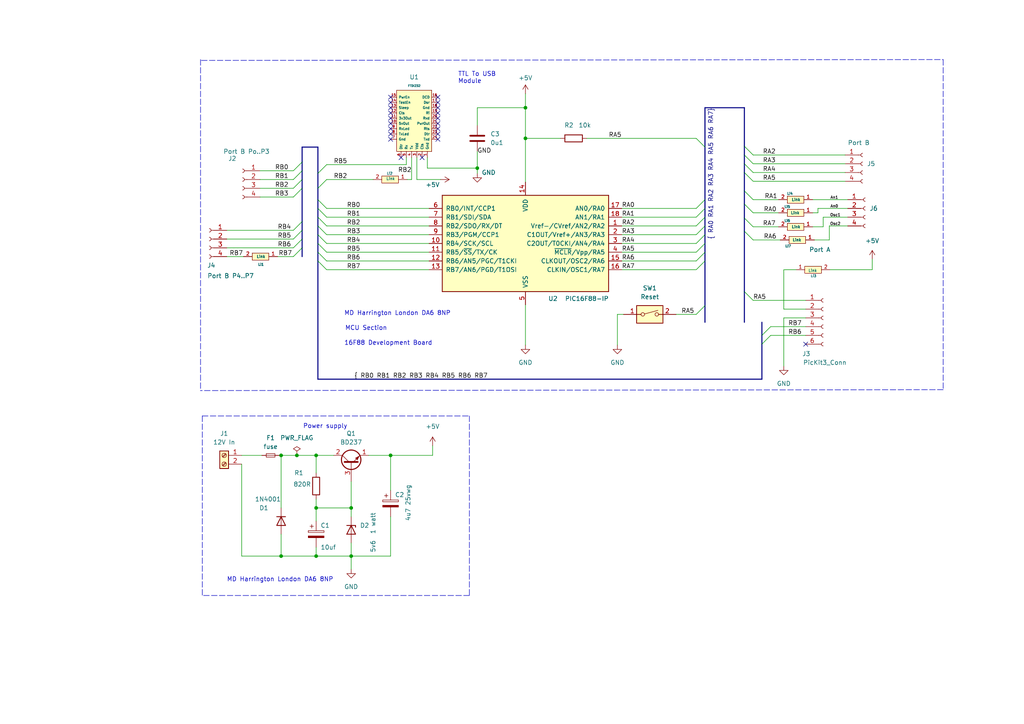
<source format=kicad_sch>
(kicad_sch (version 20211123) (generator eeschema)
  (paper "A4")
  (title_block (title "PIC16F88 Dev  Board") (date "2024-12-27") (rev "01") (company "Private") (comment 1 "MD Harrington") (comment 2 "London Kent DA6 8NP"))
  (lib_symbols
    (symbol "Connector:Conn_01x04_Female" (pin_names (offset 1.016) hide)
      (property "Reference" "J" (at 0 5.08 0))
      (property "Value" "Conn_01x04_Female" (at 0 -7.62 0))
      (symbol "Conn_01x04_Female_1_1"
        (arc (start 0 -4.572) (mid -0.508 -5.08) (end 0 -5.588) (stroke (width 0.1524)))
        (arc (start 0 -2.032) (mid -0.508 -2.54) (end 0 -3.048) (stroke (width 0.1524)))
        (polyline (pts (xy -1.27 -5.08) (xy -0.508 -5.08)) (stroke (width 0.1524)))
        (polyline (pts (xy -1.27 -2.54) (xy -0.508 -2.54)) (stroke (width 0.1524)))
        (polyline (pts (xy -1.27 0) (xy -0.508 0)) (stroke (width 0.1524)))
        (polyline (pts (xy -1.27 2.54) (xy -0.508 2.54)) (stroke (width 0.1524)))
        (arc (start 0 0.508) (mid -0.508 0) (end 0 -0.508) (stroke (width 0.1524)))
        (arc (start 0 3.048) (mid -0.508 2.54) (end 0 2.032) (stroke (width 0.1524)))
        (pin passive line (at -5.08 2.54 0) (length 3.81) (name "Pin_1") (number "1"))
        (pin passive line (at -5.08 0 0) (length 3.81) (name "Pin_2") (number "2"))
        (pin passive line (at -5.08 -2.54 0) (length 3.81) (name "Pin_3") (number "3"))
        (pin passive line (at -5.08 -5.08 0) (length 3.81) (name "Pin_4") (number "4"))
      )
    )
    (symbol "Connector:Conn_01x06_Female" (pin_names (offset 1.016) hide)
      (property "Reference" "J" (at 0 7.62 0))
      (property "Value" "Conn_01x06_Female" (at 0 -10.16 0))
      (symbol "Conn_01x06_Female_1_1"
        (arc (start 0 -7.112) (mid -0.508 -7.62) (end 0 -8.128) (stroke (width 0.1524)))
        (arc (start 0 -4.572) (mid -0.508 -5.08) (end 0 -5.588) (stroke (width 0.1524)))
        (arc (start 0 -2.032) (mid -0.508 -2.54) (end 0 -3.048) (stroke (width 0.1524)))
        (polyline (pts (xy -1.27 -7.62) (xy -0.508 -7.62)) (stroke (width 0.1524)))
        (polyline (pts (xy -1.27 -5.08) (xy -0.508 -5.08)) (stroke (width 0.1524)))
        (polyline (pts (xy -1.27 -2.54) (xy -0.508 -2.54)) (stroke (width 0.1524)))
        (polyline (pts (xy -1.27 0) (xy -0.508 0)) (stroke (width 0.1524)))
        (polyline (pts (xy -1.27 2.54) (xy -0.508 2.54)) (stroke (width 0.1524)))
        (polyline (pts (xy -1.27 5.08) (xy -0.508 5.08)) (stroke (width 0.1524)))
        (arc (start 0 0.508) (mid -0.508 0) (end 0 -0.508) (stroke (width 0.1524)))
        (arc (start 0 3.048) (mid -0.508 2.54) (end 0 2.032) (stroke (width 0.1524)))
        (arc (start 0 5.588) (mid -0.508 5.08) (end 0 4.572) (stroke (width 0.1524)))
        (pin passive line (at -5.08 5.08 0) (length 3.81) (name "Pin_1") (number "1"))
        (pin passive line (at -5.08 2.54 0) (length 3.81) (name "Pin_2") (number "2"))
        (pin passive line (at -5.08 0 0) (length 3.81) (name "Pin_3") (number "3"))
        (pin passive line (at -5.08 -2.54 0) (length 3.81) (name "Pin_4") (number "4"))
        (pin passive line (at -5.08 -5.08 0) (length 3.81) (name "Pin_5") (number "5"))
        (pin passive line (at -5.08 -7.62 0) (length 3.81) (name "Pin_6") (number "6"))
      )
    )
    (symbol "Connector:Screw_Terminal_01x02" (pin_names (offset 1.016) hide)
      (property "Reference" "J" (at 0 2.54 0))
      (property "Value" "Screw_Terminal_01x02" (at 0 -5.08 0))
      (symbol "Screw_Terminal_01x02_1_1"
        (rectangle (start -1.27 1.27) (end 1.27 -3.81) (stroke (width 0.254)) (fill (type background)))
        (circle (center 0 -2.54) (radius 0.635) (stroke (width 0.1524)))
        (polyline (pts (xy -0.5334 -2.2098) (xy 0.3302 -3.048)) (stroke (width 0.1524)))
        (polyline (pts (xy -0.5334 0.3302) (xy 0.3302 -0.508)) (stroke (width 0.1524)))
        (polyline (pts (xy -0.3556 -2.032) (xy 0.508 -2.8702)) (stroke (width 0.1524)))
        (polyline (pts (xy -0.3556 0.508) (xy 0.508 -0.3302)) (stroke (width 0.1524)))
        (circle (center 0 0) (radius 0.635) (stroke (width 0.1524)))
        (pin passive line (at -5.08 0 0) (length 3.81) (name "Pin_1") (number "1"))
        (pin passive line (at -5.08 -2.54 0) (length 3.81) (name "Pin_2") (number "2"))
      )
    )
    (symbol "Device:C" (pin_numbers hide) (pin_names (offset 0.254))
      (property "Reference" "C" (at 0.635 2.54 0))
      (property "Value" "C" (at 0.635 -2.54 0))
      (symbol "C_0_1"
        (polyline (pts (xy -2.032 -0.762) (xy 2.032 -0.762)) (stroke (width 0.508)))
        (polyline (pts (xy -2.032 0.762) (xy 2.032 0.762)) (stroke (width 0.508)))
      )
      (symbol "C_1_1"
        (pin passive line (at 0 3.81 270) (length 2.794) (name "~") (number "1"))
        (pin passive line (at 0 -3.81 90) (length 2.794) (name "~") (number "2"))
      )
    )
    (symbol "Device:C_Polarized" (pin_numbers hide) (pin_names (offset 0.254))
      (property "Reference" "C" (at 0.635 2.54 0))
      (property "Value" "C_Polarized" (at 0.635 -2.54 0))
      (symbol "C_Polarized_0_1"
        (rectangle (start -2.286 0.508) (end 2.286 1.016))
        (polyline (pts (xy -1.778 2.286) (xy -0.762 2.286)))
        (polyline (pts (xy -1.27 2.794) (xy -1.27 1.778)))
        (rectangle (start 2.286 -0.508) (end -2.286 -1.016) (fill (type outline)))
      )
      (symbol "C_Polarized_1_1"
        (pin passive line (at 0 3.81 270) (length 2.794) (name "~") (number "1"))
        (pin passive line (at 0 -3.81 90) (length 2.794) (name "~") (number "2"))
      )
    )
    (symbol "Device:D_Zener" (pin_numbers hide) (pin_names (offset 1.016) hide)
      (property "Reference" "D" (at 0 2.54 0))
      (property "Value" "D_Zener" (at 0 -2.54 0))
      (symbol "D_Zener_0_1"
        (polyline (pts (xy 1.27 0) (xy -1.27 0)))
        (polyline (pts (xy -1.27 -1.27) (xy -1.27 1.27) (xy -0.762 1.27)) (stroke (width 0.254)))
        (polyline (pts (xy 1.27 -1.27) (xy 1.27 1.27) (xy -1.27 0) (xy 1.27 -1.27)) (stroke (width 0.254)))
      )
      (symbol "D_Zener_1_1"
        (pin passive line (at -3.81 0 0) (length 2.54) (name "K") (number "1"))
        (pin passive line (at 3.81 0 180) (length 2.54) (name "A") (number "2"))
      )
    )
    (symbol "Device:Fuse_Small" (pin_numbers hide) (pin_names (offset 0.254) hide)
      (property "Reference" "F" (at 0 -1.524 0))
      (property "Value" "Fuse_Small" (at 0 1.524 0))
      (symbol "Fuse_Small_0_1"
        (rectangle (start -1.27 0.508) (end 1.27 -0.508))
        (polyline (pts (xy -1.27 0) (xy 1.27 0)))
      )
      (symbol "Fuse_Small_1_1"
        (pin passive line (at -2.54 0 0) (length 1.27) (name "~") (number "1"))
        (pin passive line (at 2.54 0 180) (length 1.27) (name "~") (number "2"))
      )
    )
    (symbol "Device:R" (pin_numbers hide) (pin_names (offset 0))
      (property "Reference" "R" (at 2.032 0 90))
      (property "Value" "R" (at 0 0 90))
      (symbol "R_0_1"
        (rectangle (start -1.016 -2.54) (end 1.016 2.54) (stroke (width 0.254)))
      )
      (symbol "R_1_1"
        (pin passive line (at 0 3.81 270) (length 1.27) (name "~") (number "1"))
        (pin passive line (at 0 -3.81 90) (length 1.27) (name "~") (number "2"))
      )
    )
    (symbol "Diode:1N4001" (pin_numbers hide) (pin_names hide)
      (property "Reference" "D" (at 0 2.54 0))
      (property "Value" "1N4001" (at 0 -2.54 0))
      (symbol "1N4001_0_1"
        (polyline (pts (xy -1.27 1.27) (xy -1.27 -1.27)) (stroke (width 0.254)))
        (polyline (pts (xy 1.27 0) (xy -1.27 0)))
        (polyline (pts (xy 1.27 1.27) (xy 1.27 -1.27) (xy -1.27 0) (xy 1.27 1.27)) (stroke (width 0.254)))
      )
      (symbol "1N4001_1_1"
        (pin passive line (at -3.81 0 0) (length 2.54) (name "K") (number "1"))
        (pin passive line (at 3.81 0 180) (length 2.54) (name "A") (number "2"))
      )
    )
    (symbol "Link_1"
      (property "Reference" "Li" (at 1.27 1.778 0))
      (property "Value" "Link_1" (at 1.27 0 0))
      (symbol "Link_1_0_1"
        (rectangle (start -1.016 1.016) (end 3.81 -1.016) (fill (type background)))
      )
      (symbol "Link_1_1_1"
        (pin bidirectional line (at 6.35 0 180) (length 2.54) (name "") (number "1"))
        (pin bidirectional line (at -3.556 0 0) (length 2.54) (name "") (number "2"))
      )
    )
    (symbol "MCU_Microchip_PIC16:PIC16F88-IP" (pin_names (offset 1.016))
      (property "Reference" "U" (at -22.86 17.78 0))
      (property "Value" "PIC16F88-IP" (at -22.86 15.24 0))
      (symbol "PIC16F88-IP_0_1"
        (rectangle (start 24.13 13.97) (end -24.13 -13.97) (stroke (width 0.254)) (fill (type background)))
      )
      (symbol "PIC16F88-IP_1_1"
        (pin bidirectional line (at 27.94 5.08 180) (length 3.81) (name "Vref-/CVref/AN2/RA2") (number "1"))
        (pin bidirectional line (at -27.94 0 0) (length 3.81) (name "RB4/SCK/SCL") (number "10"))
        (pin bidirectional line (at -27.94 -2.54 0) (length 3.81) (name "RB5/~{SS}/TX/CK") (number "11"))
        (pin bidirectional line (at -27.94 -5.08 0) (length 3.81) (name "RB6/AN5/PGC/T1CKI") (number "12"))
        (pin bidirectional line (at -27.94 -7.62 0) (length 3.81) (name "RB7/AN6/PGD/T1OSI") (number "13"))
        (pin power_in line (at 0 17.78 270) (length 3.81) (name "VDD") (number "14"))
        (pin bidirectional line (at 27.94 -5.08 180) (length 3.81) (name "CLKOUT/OSC2/RA6") (number "15"))
        (pin bidirectional line (at 27.94 -7.62 180) (length 3.81) (name "CLKIN/OSC1/RA7") (number "16"))
        (pin bidirectional line (at 27.94 10.16 180) (length 3.81) (name "AN0/RA0") (number "17"))
        (pin bidirectional line (at 27.94 7.62 180) (length 3.81) (name "AN1/RA1") (number "18"))
        (pin bidirectional line (at 27.94 2.54 180) (length 3.81) (name "C1OUT/Vref+/AN3/RA3") (number "2"))
        (pin bidirectional line (at 27.94 0 180) (length 3.81) (name "C2OUT/T0CKI/AN4/RA4") (number "3"))
        (pin input line (at 27.94 -2.54 180) (length 3.81) (name "~{MCLR}/Vpp/RA5") (number "4"))
        (pin power_in line (at 0 -17.78 90) (length 3.81) (name "VSS") (number "5"))
        (pin bidirectional line (at -27.94 10.16 0) (length 3.81) (name "RB0/INT/CCP1") (number "6"))
        (pin bidirectional line (at -27.94 7.62 0) (length 3.81) (name "RB1/SDI/SDA") (number "7"))
        (pin bidirectional line (at -27.94 5.08 0) (length 3.81) (name "RB2/SDO/RX/DT") (number "8"))
        (pin bidirectional line (at -27.94 2.54 0) (length 3.81) (name "RB3/PGM/CCP1") (number "9"))
      )
    )
    (symbol "SerialUsbConvertors:FTDI232"
      (property "Reference" "U" (at 1.524 5.588 0))
      (property "Value" "FTDI232" (at 1.016 11.176 0))
      (symbol "FTDI232_0_0"
        (pin output line (at 5.08 -7.366 90) (length 1.8) (name "Gnd") (number "1"))
        (pin output line (at -5.588 2.54 0) (length 1.8) (name "5vOut") (number "10"))
        (pin output line (at -5.588 4.064 0) (length 1.8) (name "3v3Out") (number "11"))
        (pin output line (at -5.588 5.588 0) (length 1.8) (name "Cts") (number "12"))
        (pin output line (at -5.588 7.112 0) (length 1.8) (name "Sleep") (number "13"))
        (pin output line (at -5.588 8.636 0) (length 1.8) (name "TestEn") (number "14"))
        (pin output line (at -5.588 10.16 0) (length 1.8) (name "PwrEn") (number "15"))
        (pin output line (at 8.128 10.16 180) (length 1.8) (name "DCD") (number "16"))
        (pin output line (at 8.128 8.636 180) (length 1.8) (name "Dsr") (number "17"))
        (pin output line (at 8.128 7.112 180) (length 1.8) (name "Gnd") (number "18"))
        (pin output line (at 8.128 5.588 180) (length 1.8) (name "Ri") (number "19"))
        (pin output line (at 3.556 -7.366 90) (length 1.8) (name "Cts") (number "2"))
        (pin output line (at 8.128 4.064 180) (length 1.8) (name "Rxd") (number "20"))
        (pin output line (at 8.128 2.54 180) (length 1.8) (name "PwrOut") (number "21"))
        (pin output line (at 8.128 1.016 180) (length 1.8) (name "Rts") (number "22"))
        (pin output line (at 8.128 -0.508 180) (length 1.8) (name "Dtr") (number "23"))
        (pin output line (at 8.128 -2.032 180) (length 1.8) (name "Txd") (number "24"))
        (pin output line (at 2.032 -7.366 90) (length 1.8) (name "Vdd") (number "3"))
        (pin output line (at 0.508 -7.366 90) (length 1.8) (name "Tx") (number "4"))
        (pin output line (at -1.016 -7.366 90) (length 1.8) (name "Rx") (number "5"))
        (pin output line (at -2.54 -7.366 90) (length 1.8) (name "Dtr") (number "6"))
        (pin output line (at -5.588 -2.032 0) (length 1.8) (name "Gnd") (number "7"))
        (pin output line (at -5.588 -0.508 0) (length 1.8) (name "TxLed") (number "8"))
        (pin output line (at -5.588 1.016 0) (length 1.8) (name "RxLed") (number "9"))
      )
      (symbol "FTDI232_0_1"
        (rectangle (start -3.81 12.192) (end 6.35 -5.588) (fill (type background)))
      )
    )
    (symbol "Switch:SW_DIP_x01" (pin_names (offset 0) hide)
      (property "Reference" "SW" (at 0 3.81 0))
      (property "Value" "SW_DIP_x01" (at 0 -3.81 0))
      (symbol "SW_DIP_x01_0_0"
        (circle (center -2.032 0) (radius 0.508))
        (polyline (pts (xy -1.524 0.127) (xy 2.3622 1.1684)))
        (circle (center 2.032 0) (radius 0.508))
      )
      (symbol "SW_DIP_x01_0_1"
        (rectangle (start -3.81 2.54) (end 3.81 -2.54) (stroke (width 0.254)) (fill (type background)))
      )
      (symbol "SW_DIP_x01_1_1"
        (pin passive line (at -7.62 0 0) (length 5.08) (name "~") (number "1"))
        (pin passive line (at 7.62 0 180) (length 5.08) (name "~") (number "2"))
      )
    )
    (symbol "Transistor_BJT:BD237" (pin_names (offset 0) hide)
      (property "Reference" "Q" (at 5.08 1.905 0))
      (property "Value" "BD237" (at 5.08 0 0))
      (symbol "BD237_0_1"
        (polyline (pts (xy 0 0) (xy 0.635 0)))
        (polyline (pts (xy 2.54 -2.54) (xy 0.635 -0.635)))
        (polyline (pts (xy 2.54 2.54) (xy 0.635 0.635)))
        (polyline (pts (xy 0.635 1.905) (xy 0.635 -1.905) (xy 0.635 -1.905)) (stroke (width 0.508)) (fill (type outline)))
        (polyline (pts (xy 1.2446 -1.778) (xy 1.7526 -1.27) (xy 2.286 -2.286) (xy 1.2446 -1.778) (xy 1.2446 -1.778)) (fill (type outline)))
        (circle (center 1.27 0) (radius 2.8194) (stroke (width 0.3048)))
      )
      (symbol "BD237_1_1"
        (pin passive line (at 2.54 -5.08 90) (length 2.54) (name "E") (number "1"))
        (pin passive line (at 2.54 5.08 270) (length 2.54) (name "C") (number "2"))
        (pin input line (at -5.08 0 0) (length 5.08) (name "B") (number "3"))
      )
    )
    (symbol "WireLinks:Link"
      (property "Reference" "Li" (at 1.27 1.778 0))
      (property "Value" "Link" (at 1.27 0 0))
      (symbol "Link_0_1"
        (rectangle (start -1.016 1.016) (end 3.81 -1.016) (fill (type background)))
      )
      (symbol "Link_1_1"
        (pin bidirectional line (at 6.35 0 180) (length 2.54) (name "") (number "1"))
        (pin bidirectional line (at -3.556 0 0) (length 2.54) (name "") (number "2"))
      )
    )
    (symbol "power:+5V" (power) (pin_names (offset 0))
      (property "Value" "+5V" (at 0 3.556 0))
      (symbol "+5V_0_1"
        (polyline (pts (xy -0.762 1.27) (xy 0 2.54)))
        (polyline (pts (xy 0 0) (xy 0 2.54)))
        (polyline (pts (xy 0 2.54) (xy 0.762 1.27)))
      )
      (symbol "+5V_1_1"
        (pin power_in line (at 0 0 90) (length 0) hide (name "+5V") (number "1"))
      )
    )
    (symbol "power:GND" (power) (pin_names (offset 0))
      (property "Value" "GND" (at 0 -3.81 0))
      (symbol "GND_0_1"
        (polyline (pts (xy 0 0) (xy 0 -1.27) (xy 1.27 -1.27) (xy 0 -2.54) (xy -1.27 -1.27) (xy 0 -1.27)))
      )
      (symbol "GND_1_1"
        (pin power_in line (at 0 0 270) (length 0) hide (name "GND") (number "1"))
      )
    )
    (symbol "power:PWR_FLAG" (power) (pin_numbers hide) (pin_names (offset 0) hide)
      (property "Value" "PWR_FLAG" (at 0 3.81 0))
      (symbol "PWR_FLAG_0_0"
        (pin power_out line (at 0 0 90) (length 0) (name "pwr") (number "1"))
      )
      (symbol "PWR_FLAG_0_1"
        (polyline (pts (xy 0 0) (xy 0 1.27) (xy -1.016 1.905) (xy 0 2.54) (xy 1.016 1.905) (xy 0 1.27)))
      )
    )
  )
  (junction (at 81.534 161.29))
  (junction (at 91.694 132.08))
  (junction (at 81.534 132.08))
  (junction (at 91.694 147.32))
  (junction (at 152.4 31.242))
  (junction (at 101.854 147.32))
  (junction (at 101.854 161.29))
  (junction (at 152.4 40.132))
  (junction (at 113.284 132.08))
  (junction (at 91.694 161.29))
  (junction (at 86.106 132.08))
  (junction (at 138.43 48.768))
  (no_connect (at 122.428 45.72))
  (no_connect (at 113.284 34.29))
  (no_connect (at 127 31.242))
  (no_connect (at 113.284 29.718))
  (no_connect (at 116.332 45.72))
  (no_connect (at 127 35.814))
  (no_connect (at 127 37.338))
  (no_connect (at 113.284 31.242))
  (no_connect (at 113.284 28.194))
  (no_connect (at 233.68 99.822))
  (no_connect (at 127 40.386))
  (no_connect (at 113.284 38.862))
  (no_connect (at 127 29.718))
  (no_connect (at 127 28.194))
  (no_connect (at 127 34.29))
  (no_connect (at 113.284 35.814))
  (no_connect (at 113.284 32.766))
  (no_connect (at 113.284 40.386))
  (no_connect (at 127 32.766))
  (no_connect (at 113.284 37.338))
  (no_connect (at 127 38.862))
  (bus_entry (at 204.47 68.072) (size -2.54 2.54))
  (bus_entry (at 204.47 42.672) (size -2.54 -2.54))
  (bus_entry (at 220.98 99.822) (size 2.54 -2.54))
  (bus_entry (at 92.202 70.612) (size 2.54 2.54))
  (bus_entry (at 92.202 65.532) (size 2.54 2.54))
  (bus_entry (at 87.63 66.802) (size -2.54 2.54))
  (bus_entry (at 215.9 42.418) (size 2.54 2.54))
  (bus_entry (at 215.9 55.372) (size 2.54 2.54))
  (bus_entry (at 215.9 59.182) (size 2.54 2.54))
  (bus_entry (at 215.9 84.582) (size 2.54 2.54))
  (bus_entry (at 92.202 68.072) (size 2.54 2.54))
  (bus_entry (at 215.9 63.246) (size 2.54 2.54))
  (bus_entry (at 215.9 47.498) (size 2.54 2.54))
  (bus_entry (at 204.47 70.612) (size -2.54 2.54))
  (bus_entry (at 215.9 67.056) (size 2.54 2.54))
  (bus_entry (at 92.202 50.292) (size 2.54 -2.54))
  (bus_entry (at 92.202 73.152) (size 2.54 2.54))
  (bus_entry (at 92.202 54.61) (size 2.54 -2.54))
  (bus_entry (at 204.47 60.452) (size -2.54 2.54))
  (bus_entry (at 204.47 73.152) (size -2.54 2.54))
  (bus_entry (at 215.9 44.958) (size 2.54 2.54))
  (bus_entry (at 87.63 71.882) (size -2.54 2.54))
  (bus_entry (at 87.63 49.53) (size -2.54 2.54))
  (bus_entry (at 92.202 60.452) (size 2.54 2.54))
  (bus_entry (at 204.47 88.646) (size -2.54 2.54))
  (bus_entry (at 215.9 50.038) (size 2.54 2.54))
  (bus_entry (at 204.47 57.912) (size -2.54 2.54))
  (bus_entry (at 87.63 64.262) (size -2.54 2.54))
  (bus_entry (at 204.47 75.692) (size -2.54 2.54))
  (bus_entry (at 220.98 97.282) (size 2.54 -2.54))
  (bus_entry (at 92.202 62.992) (size 2.54 2.54))
  (bus_entry (at 87.63 52.07) (size -2.54 2.54))
  (bus_entry (at 92.202 57.912) (size 2.54 2.54))
  (bus_entry (at 87.63 46.99) (size -2.54 2.54))
  (bus_entry (at 87.63 54.61) (size -2.54 2.54))
  (bus_entry (at 204.47 65.532) (size -2.54 2.54))
  (bus_entry (at 204.47 62.992) (size -2.54 2.54))
  (bus_entry (at 87.63 69.342) (size -2.54 2.54))
  (bus_entry (at 92.202 75.692) (size 2.54 2.54))
  (bus (pts (xy 215.9 84.582) (xy 215.9 93.472)))
  (bus (pts (xy 87.63 42.672) (xy 92.202 42.672)))
  (wire (pts (xy 70.104 161.29) (xy 81.534 161.29)))
  (wire (pts (xy 85.09 57.15) (xy 75.438 57.15)))
  (bus (pts (xy 215.9 50.038) (xy 215.9 55.372)))
  (wire (pts (xy 152.4 31.242) (xy 152.4 40.132)))
  (bus (pts (xy 204.47 75.692) (xy 204.47 88.646)))
  (wire (pts (xy 75.438 52.07) (xy 85.09 52.07)))
  (wire (pts (xy 180.34 70.612) (xy 201.93 70.612)))
  (bus (pts (xy 92.202 73.152) (xy 92.202 75.692)))
  (bus (pts (xy 87.63 42.672) (xy 87.63 46.99)))
  (bus (pts (xy 215.9 55.372) (xy 215.9 59.182)))
  (wire (pts (xy 101.854 161.29) (xy 101.854 165.1)))
  (wire (pts (xy 218.44 61.722) (xy 225.806 61.722)))
  (bus (pts (xy 215.9 31.242) (xy 204.47 31.242)))
  (wire (pts (xy 237.236 60.452) (xy 237.236 61.722)))
  (wire (pts (xy 245.872 62.992) (xy 238.76 62.992)))
  (bus (pts (xy 92.202 68.072) (xy 92.202 70.612)))
  (wire (pts (xy 94.742 73.152) (xy 124.46 73.152)))
  (wire (pts (xy 218.44 50.038) (xy 245.11 50.038)))
  (bus (pts (xy 87.63 71.882) (xy 87.63 74.422)))
  (wire (pts (xy 152.4 27.178) (xy 152.4 31.242)))
  (wire (pts (xy 196.088 91.186) (xy 201.93 91.186)))
  (wire (pts (xy 91.694 147.32) (xy 101.854 147.32)))
  (bus (pts (xy 87.63 54.61) (xy 87.63 64.262)))
  (wire (pts (xy 120.904 52.07) (xy 127.762 52.07)))
  (wire (pts (xy 227.33 89.662) (xy 227.33 78.232)))
  (bus (pts (xy 204.47 62.992) (xy 204.47 65.532)))
  (wire (pts (xy 113.284 132.08) (xy 125.476 132.08)))
  (bus (pts (xy 87.63 46.99) (xy 87.63 49.53)))
  (wire (pts (xy 180.34 68.072) (xy 201.93 68.072)))
  (wire (pts (xy 238.76 62.992) (xy 238.76 65.786)))
  (wire (pts (xy 113.284 149.86) (xy 113.284 161.29)))
  (wire (pts (xy 91.694 151.13) (xy 91.694 147.32)))
  (bus (pts (xy 92.202 62.992) (xy 92.202 65.532)))
  (bus (pts (xy 204.47 68.072) (xy 204.47 70.612)))
  (wire (pts (xy 94.742 52.07) (xy 108.204 52.07)))
  (wire (pts (xy 233.68 89.662) (xy 227.33 89.662)))
  (wire (pts (xy 240.538 65.532) (xy 240.538 69.596)))
  (wire (pts (xy 227.33 78.232) (xy 230.886 78.232)))
  (wire (pts (xy 123.952 45.72) (xy 123.952 48.768)))
  (wire (pts (xy 223.52 97.282) (xy 233.68 97.282)))
  (wire (pts (xy 65.786 71.882) (xy 85.09 71.882)))
  (bus (pts (xy 215.9 63.246) (xy 215.9 67.056)))
  (polyline (pts (xy 136.144 120.65) (xy 136.144 172.72)))
  (bus (pts (xy 220.98 93.472) (xy 220.98 97.282)))
  (wire (pts (xy 245.872 60.452) (xy 237.236 60.452)))
  (wire (pts (xy 65.786 66.802) (xy 85.09 66.802)))
  (bus (pts (xy 87.63 66.802) (xy 87.63 69.342)))
  (wire (pts (xy 225.806 57.912) (xy 218.44 57.912)))
  (wire (pts (xy 81.534 154.94) (xy 81.534 161.29)))
  (wire (pts (xy 91.694 161.29) (xy 101.854 161.29)))
  (wire (pts (xy 94.742 60.452) (xy 124.46 60.452)))
  (wire (pts (xy 123.952 48.768) (xy 138.43 48.768)))
  (bus (pts (xy 92.202 75.692) (xy 92.202 109.982)))
  (polyline (pts (xy 58.674 120.65) (xy 136.144 120.65)))
  (wire (pts (xy 233.68 92.202) (xy 227.33 92.202)))
  (wire (pts (xy 81.534 132.08) (xy 86.106 132.08)))
  (bus (pts (xy 92.202 50.292) (xy 92.202 54.61)))
  (bus (pts (xy 215.9 44.958) (xy 215.9 47.498)))
  (bus (pts (xy 204.47 57.912) (xy 204.47 60.452)))
  (wire (pts (xy 218.44 47.498) (xy 245.11 47.498)))
  (wire (pts (xy 94.742 78.232) (xy 124.46 78.232)))
  (wire (pts (xy 94.742 65.532) (xy 124.46 65.532)))
  (bus (pts (xy 204.47 65.532) (xy 204.47 68.072)))
  (bus (pts (xy 215.9 42.418) (xy 215.9 44.958)))
  (bus (pts (xy 204.47 70.612) (xy 204.47 73.152)))
  (polyline (pts (xy 58.166 17.272) (xy 58.166 113.284)))
  (polyline (pts (xy 273.558 17.272) (xy 273.558 113.03)))
  (bus (pts (xy 87.63 64.262) (xy 87.63 66.802)))
  (wire (pts (xy 81.534 161.29) (xy 91.694 161.29)))
  (wire (pts (xy 235.712 57.912) (xy 245.872 57.912)))
  (wire (pts (xy 101.854 139.7) (xy 101.854 147.32)))
  (bus (pts (xy 220.98 97.282) (xy 220.98 99.822)))
  (wire (pts (xy 91.694 132.08) (xy 91.694 137.16)))
  (bus (pts (xy 204.47 88.646) (xy 204.47 93.472)))
  (wire (pts (xy 70.104 134.62) (xy 70.104 161.29)))
  (wire (pts (xy 252.984 78.232) (xy 252.984 75.184)))
  (wire (pts (xy 96.774 132.08) (xy 91.694 132.08)))
  (wire (pts (xy 138.43 31.242) (xy 152.4 31.242)))
  (wire (pts (xy 94.742 68.072) (xy 124.46 68.072)))
  (wire (pts (xy 226.314 69.596) (xy 218.44 69.596)))
  (wire (pts (xy 120.904 45.72) (xy 120.904 52.07)))
  (wire (pts (xy 180.34 62.992) (xy 201.93 62.992)))
  (bus (pts (xy 92.202 70.612) (xy 92.202 73.152)))
  (wire (pts (xy 113.284 142.24) (xy 113.284 132.08)))
  (bus (pts (xy 87.63 69.342) (xy 87.63 71.882)))
  (wire (pts (xy 118.11 52.07) (xy 119.38 52.07)))
  (wire (pts (xy 218.44 87.122) (xy 233.68 87.122)))
  (wire (pts (xy 235.712 65.786) (xy 238.76 65.786)))
  (bus (pts (xy 204.47 31.242) (xy 204.47 42.672)))
  (wire (pts (xy 138.43 48.768) (xy 138.43 50.292)))
  (bus (pts (xy 92.202 42.672) (xy 92.202 50.292)))
  (wire (pts (xy 152.4 40.132) (xy 162.56 40.132)))
  (bus (pts (xy 215.9 31.242) (xy 215.9 42.418)))
  (wire (pts (xy 152.4 40.132) (xy 152.4 52.832)))
  (wire (pts (xy 119.38 45.72) (xy 119.38 52.07)))
  (bus (pts (xy 220.98 99.822) (xy 220.98 109.982)))
  (wire (pts (xy 75.438 54.61) (xy 85.09 54.61)))
  (wire (pts (xy 94.742 62.992) (xy 124.46 62.992)))
  (polyline (pts (xy 58.42 17.526) (xy 273.558 17.272)))
  (bus (pts (xy 215.9 67.056) (xy 215.9 84.582)))
  (wire (pts (xy 245.872 65.532) (xy 240.538 65.532)))
  (wire (pts (xy 180.34 78.232) (xy 201.93 78.232)))
  (bus (pts (xy 92.202 65.532) (xy 92.202 68.072)))
  (bus (pts (xy 92.202 109.982) (xy 220.98 109.982)))
  (wire (pts (xy 94.742 75.692) (xy 124.46 75.692)))
  (wire (pts (xy 101.854 147.32) (xy 101.854 149.86)))
  (bus (pts (xy 87.63 49.53) (xy 87.63 52.07)))
  (wire (pts (xy 125.476 129.286) (xy 125.476 132.08)))
  (bus (pts (xy 204.47 73.152) (xy 204.47 75.692)))
  (wire (pts (xy 91.694 158.75) (xy 91.694 161.29)))
  (wire (pts (xy 180.34 75.692) (xy 201.93 75.692)))
  (bus (pts (xy 204.47 42.672) (xy 204.47 57.912)))
  (wire (pts (xy 138.43 36.322) (xy 138.43 31.242)))
  (wire (pts (xy 179.07 91.186) (xy 179.07 100.076)))
  (wire (pts (xy 91.694 144.78) (xy 91.694 147.32)))
  (bus (pts (xy 92.202 57.912) (xy 92.202 60.452)))
  (bus (pts (xy 92.202 54.61) (xy 92.202 57.912)))
  (wire (pts (xy 180.34 73.152) (xy 201.93 73.152)))
  (wire (pts (xy 94.742 70.612) (xy 124.46 70.612)))
  (bus (pts (xy 87.63 52.07) (xy 87.63 54.61)))
  (wire (pts (xy 138.43 43.942) (xy 138.43 48.768)))
  (wire (pts (xy 218.44 44.958) (xy 245.11 44.958)))
  (wire (pts (xy 180.34 60.452) (xy 201.93 60.452)))
  (wire (pts (xy 80.518 74.422) (xy 85.09 74.422)))
  (wire (pts (xy 170.18 40.132) (xy 201.93 40.132)))
  (wire (pts (xy 235.712 61.722) (xy 237.236 61.722)))
  (wire (pts (xy 86.106 132.08) (xy 91.694 132.08)))
  (wire (pts (xy 227.33 92.202) (xy 227.33 106.172)))
  (bus (pts (xy 92.202 60.452) (xy 92.202 62.992)))
  (wire (pts (xy 240.792 78.232) (xy 252.984 78.232)))
  (wire (pts (xy 218.44 52.578) (xy 245.11 52.578)))
  (bus (pts (xy 204.47 60.452) (xy 204.47 62.992)))
  (wire (pts (xy 75.438 49.53) (xy 85.09 49.53)))
  (bus (pts (xy 215.9 47.498) (xy 215.9 50.038)))
  (wire (pts (xy 65.786 69.342) (xy 85.09 69.342)))
  (polyline (pts (xy 58.674 120.65) (xy 58.674 172.72)))
  (wire (pts (xy 81.534 132.08) (xy 81.534 147.32)))
  (wire (pts (xy 236.22 69.596) (xy 240.538 69.596)))
  (wire (pts (xy 179.07 91.186) (xy 180.848 91.186)))
  (wire (pts (xy 223.52 94.742) (xy 233.68 94.742)))
  (wire (pts (xy 65.786 74.422) (xy 70.612 74.422)))
  (bus (pts (xy 215.9 59.182) (xy 215.9 63.246)))
  (polyline (pts (xy 273.558 113.03) (xy 58.166 113.284)))
  (polyline (pts (xy 136.144 172.72) (xy 58.674 172.72)))
  (wire (pts (xy 81.026 132.08) (xy 81.534 132.08)))
  (wire (pts (xy 106.934 132.08) (xy 113.284 132.08)))
  (wire (pts (xy 180.34 65.532) (xy 201.93 65.532)))
  (wire (pts (xy 94.742 47.752) (xy 117.856 47.752)))
  (wire (pts (xy 101.854 157.48) (xy 101.854 161.29)))
  (wire (pts (xy 152.4 88.392) (xy 152.4 100.076)))
  (wire (pts (xy 101.854 161.29) (xy 113.284 161.29)))
  (wire (pts (xy 117.856 45.72) (xy 117.856 47.752)))
  (wire (pts (xy 70.104 132.08) (xy 75.946 132.08)))
  (wire (pts (xy 218.44 65.786) (xy 225.806 65.786)))
  (text "16F88 Development Board" (at 99.822 100.33 0) (effects (font (size 1.27 1.27)) (justify left bottom)))
  (text "TTL To USB\nModule " (at 132.842 24.384 0) (effects (font (size 1.27 1.27)) (justify left bottom)))
  (text "MD Harrington London DA6 8NP" (at 99.822 91.694 0) (effects (font (size 1.27 1.27)) (justify left bottom)))
  (text "MD Harrington London DA6 8NP" (at 65.786 168.91 0) (effects (font (size 1.27 1.27)) (justify left bottom)))
  (text "Power supply" (at 87.884 124.46 0) (effects (font (size 1.27 1.27)) (justify left bottom)))
  (text "MCU Section " (at 100.076 96.012 0) (effects (font (size 1.27 1.27)) (justify left bottom)))
  (label "An0" (at 240.792 60.452 0) (effects (font (size 0.8 0.8))))
  (label "RA5" (at 197.612 91.186 0))
  (label "RB1" (at 79.756 52.07 0))
  (label "RB1" (at 100.584 62.992 0))
  (label "RB2" (at 79.756 54.61 0))
  (label "{ RA0 RA1 RA2 RA3 RA4 RA5 RA6 RA7}" (at 207.264 31.242 270))
  (label "RA0" (at 180.34 60.452 0))
  (label "RA4" (at 221.234 50.038 0))
  (label "RB5" (at 80.518 69.342 0))
  (label "RA4" (at 180.34 70.612 0))
  (label "RA5" (at 221.234 52.578 0))
  (label "RA3" (at 180.34 68.072 0))
  (label "RA2" (at 221.234 44.958 0))
  (label "RA5" (at 180.34 73.152 0))
  (label "RA3" (at 221.234 47.498 0))
  (label "RB7" (at 66.548 74.422 0))
  (label "RB7" (at 228.6 94.742 0))
  (label "RB6" (at 100.584 75.692 0))
  (label "RB0" (at 100.584 60.452 0))
  (label "RA6" (at 180.34 75.692 0))
  (label "RB2" (at 96.774 52.07 0))
  (label "{ RB0 RB1 RB2 RB3 RB4 RB5 RB6 RB7" (at 141.478 109.982 180))
  (label "RA6" (at 221.488 69.596 0))
  (label "RB7" (at 80.772 74.422 0))
  (label "An1" (at 240.792 57.912 0) (effects (font (size 0.8 0.8))))
  (label "RB6" (at 228.6 97.282 0))
  (label "RA7" (at 180.34 78.232 0))
  (label "RB3" (at 100.584 68.072 0))
  (label "RA2" (at 180.34 65.532 0))
  (label "RA5" (at 176.53 40.132 0))
  (label "RB5" (at 100.584 73.152 0))
  (label "RB4" (at 100.584 70.612 0))
  (label "RA0" (at 221.488 61.722 0))
  (label "RA1" (at 180.34 62.992 0))
  (label "RB2" (at 100.584 65.532 0))
  (label "RB5" (at 96.774 47.752 0))
  (label "Osc2" (at 243.84 65.532 180) (effects (font (size 0.8 0.8))))
  (label "RB6" (at 80.518 71.882 0))
  (label "Osc1" (at 243.84 62.992 180) (effects (font (size 0.8 0.8))))
  (label "RB0" (at 79.756 49.53 0))
  (label "RA7" (at 221.234 65.786 0))
  (label "RB2" (at 119.38 50.292 180))
  (label "GND" (at 138.43 44.704 0))
  (label "RB4" (at 80.518 66.802 0))
  (label "RA1" (at 221.742 57.912 0))
  (label "RB7" (at 100.584 78.232 0))
  (label "RA5" (at 218.44 87.122 0))
  (label "RB3" (at 79.756 57.15 0))
  (symbol (lib_id "Device:R") (at 91.694 140.97 0) (unit 1)
    (property "Reference" "R1" (at 85.344 137.16 0) (effects (justify left)))
    (property "Value" "820R" (at 85.09 140.462 0) (effects (justify left)))
    (property "Footprint" "Resistor_THT:R_Axial_DIN0207_L6.3mm_D2.5mm_P10.16mm_Horizontal" (effects hide))
  )
  (symbol (lib_id "MCU_Microchip_PIC16:PIC16F88-IP") (at 152.4 70.612 0) (unit 1)
    (property "Reference" "U2" (at 159.004 86.614 0) (effects (justify left)))
    (property "Value" "PIC16F88-IP" (at 163.83 86.614 0) (effects (justify left)))
    (property "Footprint" "Package_DIP:DIP-18_W7.62mm_Socket" (effects hide))
    (property "Datasheet" "http://ww1.microchip.com/downloads/en/DeviceDoc/30487D.pdf" (effects hide))
  )
  (symbol (lib_name "Link_1") (lib_id "WireLinks:Link") (at 237.236 78.232 180) (unit 1)
    (property "Reference" "Li3" (at 235.966 80.01 0) (effects (font (size 0.7 0.7))))
    (property "Value" "Link" (at 235.712 78.486 0) (effects (font (size 0.8 0.8))))
    (property "Footprint" "WireLinks:Li 8mm" (effects hide))
  )
  (symbol (lib_id "Device:C_Polarized") (at 113.284 146.05 0) (unit 1)
    (property "Reference" "C2" (at 114.554 143.51 0) (effects (justify left)))
    (property "Value" "4u7 25vwg" (at 118.364 151.13 90) (effects (justify left)))
    (property "Footprint" "Capacitor_THT:CP_Radial_D4.0mm_P1.50mm" (effects hide))
  )
  (symbol (lib_name "Link_1") (lib_id "WireLinks:Link") (at 111.76 52.07 0) (unit 1)
    (property "Reference" "Li2" (at 113.03 50.292 0) (effects (font (size 0.7 0.7))))
    (property "Value" "Link" (at 113.284 51.816 0) (effects (font (size 0.8 0.8))))
    (property "Footprint" "WireLinks:Li  12mm" (effects hide))
  )
  (symbol (lib_id "Device:Fuse_Small") (at 78.486 132.08 0) (unit 1)
    (property "Reference" "F1" (at 78.486 127 0))
    (property "Value" "fuse" (at 78.486 129.54 0))
    (property "Footprint" "Resistor_THT:R_Axial_DIN0204_L3.6mm_D1.6mm_P2.54mm_Vertical" (effects hide))
  )
  (symbol (lib_id "Connector:Screw_Terminal_01x02") (at 65.024 132.08 0) (mirror y) (unit 1)
    (property "Reference" "J1" (at 65.024 125.73 0))
    (property "Value" "12V In" (at 65.024 128.27 0))
    (property "Footprint" "TerminalBlock:TerminalBlock_bornier-2_P5.08mm" (effects hide))
  )
  (symbol (lib_id "power:+5V") (at 127.762 52.07 270) (unit 1)
    (property "Reference" "#PWR0104" (effects hide))
    (property "Value" "+5V" (at 123.444 53.594 90) (effects (justify left)))
  )
  (symbol (lib_id "power:+5V") (at 252.984 75.184 0) (unit 1)
    (property "Reference" "#PWR0103" (effects hide))
    (property "Value" "+5V" (at 252.984 69.85 0))
  )
  (symbol (lib_id "WireLinks:Link") (at 229.362 61.722 0) (unit 1)
    (property "Reference" "Li5" (at 228.346 59.944 0) (effects (font (size 0.7 0.7))))
    (property "Value" "Link" (at 230.632 61.722 0) (effects (font (size 0.8 0.8))))
    (property "Footprint" "WireLinks:Li 5mm" (effects hide))
  )
  (symbol (lib_id "power:GND") (at 179.07 100.076 0) (unit 1)
    (property "Reference" "#PWR04" (effects hide))
    (property "Value" "GND" (at 179.07 105.156 0))
  )
  (symbol (lib_id "Device:D_Zener") (at 101.854 153.67 270) (unit 1)
    (property "Reference" "D2" (at 104.394 152.3999 90) (effects (justify left)))
    (property "Value" "5v6  1 watt" (at 108.204 148.59 0) (effects (justify left)))
    (property "Footprint" "Diode_THT:D_A-405_P7.62mm_Horizontal" (effects hide))
  )
  (symbol (lib_id "Connector:Conn_01x04_Female") (at 60.706 69.342 0) (mirror y) (unit 1)
    (property "Reference" "J4" (at 62.484 76.962 0) (effects (justify left)))
    (property "Value" "Port B P4..P7" (at 73.66 80.01 0) (effects (justify left)))
    (property "Footprint" "Connector_PinSocket_2.54mm:PinSocket_1x04_P2.54mm_Vertical" (effects hide))
  )
  (symbol (lib_id "WireLinks:Link") (at 229.87 69.596 0) (unit 1)
    (property "Reference" "Li7" (at 228.6 71.374 0) (effects (font (size 0.7 0.7))))
    (property "Value" "Link" (at 231.14 69.596 0) (effects (font (size 0.8 0.8))))
    (property "Footprint" "WireLinks:Li 5mm" (effects hide))
  )
  (symbol (lib_id "Connector:Conn_01x06_Female") (at 238.76 92.202 0) (unit 1)
    (property "Reference" "J3" (at 232.664 102.616 0) (effects (justify left)))
    (property "Value" "PicKit3_Conn" (at 232.918 105.156 0) (effects (justify left)))
    (property "Footprint" "Connector_PinHeader_2.54mm:PinHeader_1x06_P2.54mm_Horizontal" (effects hide))
  )
  (symbol (lib_id "power:GND") (at 152.4 100.076 0) (unit 1)
    (property "Reference" "#PWR03" (effects hide))
    (property "Value" "GND" (at 152.4 105.156 0))
  )
  (symbol (lib_id "Connector:Conn_01x04_Female") (at 250.19 47.498 0) (unit 1)
    (property "Reference" "J5" (at 251.46 47.4979 0) (effects (justify left)))
    (property "Value" "Port B" (at 245.872 41.402 0) (effects (justify left)))
    (property "Footprint" "Connector_PinSocket_2.54mm:PinSocket_1x04_P2.54mm_Vertical" (effects hide))
  )
  (symbol (lib_id "Device:C") (at 138.43 40.132 0) (unit 1)
    (property "Reference" "C3" (at 142.24 38.8619 0) (effects (justify left)))
    (property "Value" "0u1" (at 142.24 41.4019 0) (effects (justify left)))
    (property "Footprint" "Capacitor_THT:C_Disc_D3.8mm_W2.6mm_P2.50mm" (effects hide))
  )
  (symbol (lib_id "WireLinks:Link") (at 74.168 74.422 0) (unit 1)
    (property "Reference" "Li1" (at 75.692 76.708 0) (effects (font (size 0.7 0.7))))
    (property "Value" "Link" (at 75.692 74.422 0) (effects (font (size 0.8 0.8))))
    (property "Footprint" "WireLinks:Li 5mm" (effects hide))
  )
  (symbol (lib_id "Device:C_Polarized") (at 91.694 154.94 0) (unit 1)
    (property "Reference" "C1" (at 92.964 152.4 0) (effects (justify left)))
    (property "Value" "10uf " (at 92.964 158.75 0) (effects (justify left)))
    (property "Footprint" "Capacitor_THT:CP_Radial_D4.0mm_P1.50mm" (effects hide))
  )
  (symbol (lib_id "power:PWR_FLAG") (at 86.106 132.08 0) (unit 1)
    (property "Reference" "#FLG0102" (effects hide))
    (property "Value" "PWR_FLAG" (at 86.106 127 0))
  )
  (symbol (lib_id "SerialUsbConvertors:FTDI232") (at 118.872 38.354 0) (unit 1)
    (property "Reference" "U1" (at 120.142 22.352 0))
    (property "Value" "FTDI232" (at 120.142 24.892 0) (effects (font (size 0.6 0.6))))
    (property "Footprint" "Connector_PinHeader_2.54mm:PinHeader_1x06_P2.54mm_Vertical" (effects hide))
  )
  (symbol (lib_id "power:+5V") (at 152.4 27.178 0) (unit 1)
    (property "Reference" "#PWR0101" (effects hide))
    (property "Value" "+5V" (at 152.4 22.606 0))
  )
  (symbol (lib_id "power:+5V") (at 125.476 129.286 0) (unit 1)
    (property "Reference" "#PWR0105" (effects hide))
    (property "Value" "+5V" (at 125.476 123.698 0))
  )
  (symbol (lib_id "Switch:SW_DIP_x01") (at 188.468 91.186 0) (unit 1)
    (property "Reference" "SW1" (at 188.468 83.566 0))
    (property "Value" "Reset" (at 188.468 86.106 0))
    (property "Footprint" "Button_Switch_THT:SW_PUSH_6mm" (effects hide))
  )
  (symbol (lib_id "power:GND") (at 138.43 50.292 0) (unit 1)
    (property "Reference" "#PWR02" (effects hide))
    (property "Value" "GND" (at 141.732 50.038 0))
  )
  (symbol (lib_id "WireLinks:Link") (at 229.362 57.912 0) (unit 1)
    (property "Reference" "Li4" (at 229.108 56.134 0) (effects (font (size 0.7 0.7))))
    (property "Value" "Link" (at 230.886 57.912 0) (effects (font (size 0.8 0.8))))
    (property "Footprint" "WireLinks:Li 5mm" (effects hide))
  )
  (symbol (lib_id "Device:R") (at 166.37 40.132 90) (unit 1)
    (property "Reference" "R2" (at 166.37 36.322 90) (effects (justify left)))
    (property "Value" "10k" (at 171.45 36.322 90) (effects (justify left)))
    (property "Footprint" "Resistor_THT:R_Axial_DIN0207_L6.3mm_D2.5mm_P10.16mm_Horizontal" (effects hide))
  )
  (symbol (lib_id "Connector:Conn_01x04_Female") (at 70.358 52.07 0) (mirror y) (unit 1)
    (property "Reference" "J2" (at 68.58 45.974 0) (effects (justify left)))
    (property "Value" "Port B Po..P3" (at 78.232 43.942 0) (effects (justify left)))
    (property "Footprint" "Connector_PinSocket_2.54mm:PinSocket_1x04_P2.54mm_Vertical" (effects hide))
  )
  (symbol (lib_id "Diode:1N4001") (at 81.534 151.13 270) (unit 1)
    (property "Reference" "D1" (at 75.184 147.32 90) (effects (justify left)))
    (property "Value" "1N4001" (at 73.914 144.78 90) (effects (justify left)))
    (property "Footprint" "Diode_THT:D_DO-41_SOD81_P7.62mm_Horizontal" (effects hide))
    (property "Datasheet" "http://www.vishay.com/docs/88503/1n4001.pdf" (effects hide))
  )
  (symbol (lib_id "Connector:Conn_01x04_Female") (at 250.952 60.452 0) (unit 1)
    (property "Reference" "J6" (at 252.222 60.4519 0) (effects (justify left)))
    (property "Value" "Port A " (at 234.696 72.39 0) (effects (justify left)))
    (property "Footprint" "Connector_PinSocket_2.54mm:PinSocket_1x04_P2.54mm_Vertical" (effects hide))
  )
  (symbol (lib_id "power:GND") (at 227.33 106.172 0) (unit 1)
    (property "Reference" "#PWR05" (effects hide))
    (property "Value" "GND" (at 227.33 111.252 0))
  )
  (symbol (lib_id "Transistor_BJT:BD237") (at 101.854 134.62 90) (unit 1)
    (property "Reference" "Q1" (at 101.854 125.73 90))
    (property "Value" "BD237" (at 101.854 128.27 90))
    (property "Footprint" "Package_TO_SOT_THT:TO-126-3_Vertical" (effects hide))
    (property "Datasheet" "https://media.digikey.com/pdf/Data%20Sheets/Micro%20Commercial%20PDFs/BD233,235,237.pdf" (effects hide))
  )
  (symbol (lib_id "WireLinks:Link") (at 229.362 65.786 0) (unit 1)
    (property "Reference" "Li6" (at 228.346 64.008 0) (effects (font (size 0.7 0.7))))
    (property "Value" "Link" (at 230.886 65.786 0) (effects (font (size 0.8 0.8))))
    (property "Footprint" "WireLinks:Li 5mm" (effects hide))
  )
  (symbol (lib_id "power:GND") (at 101.854 165.1 0) (unit 1)
    (property "Reference" "#PWR01" (effects hide))
    (property "Value" "GND" (at 101.854 170.18 0))
  )
)
</source>
